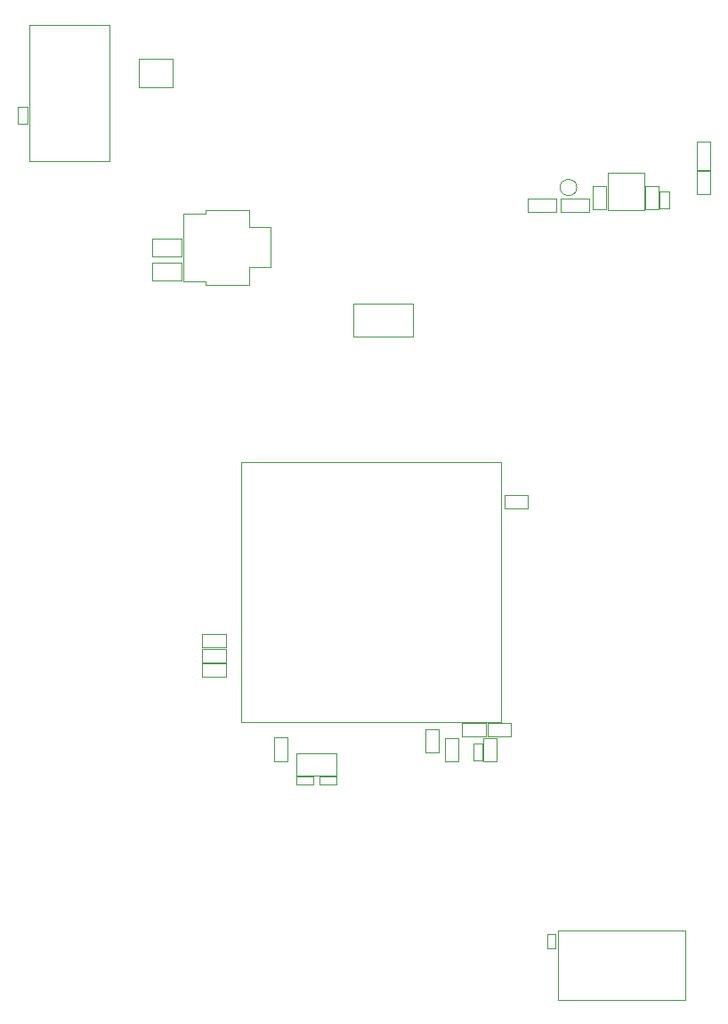
<source format=gbr>
%TF.GenerationSoftware,Altium Limited,Altium Designer,19.1.6 (110)*%
G04 Layer_Color=0*
%FSLAX26Y26*%
%MOIN*%
%TF.FileFunction,Other,M16-Top_Courtyard*%
%TF.Part,Single*%
G01*
G75*
%TA.AperFunction,NonConductor*%
%ADD109C,0.000394*%
D109*
X2153189Y4321019D02*
G03*
X2153189Y4321019I-31496J0D01*
G01*
X103189Y4419050D02*
X402402D01*
X103189Y4930861D02*
X402402D01*
X103189Y4419050D02*
Y4930861D01*
X402402Y4419050D02*
Y4930861D01*
X2557984Y1533003D02*
Y1534971D01*
Y1540877D01*
X2081606D02*
X2557984D01*
X2081606Y1281034D02*
Y1540877D01*
Y1281034D02*
X2105228D01*
X2557984D01*
Y1533003D01*
X680748Y4222593D02*
X763425D01*
X680748Y3970625D02*
Y4222593D01*
Y3970625D02*
X763425D01*
Y3956845D02*
Y3970625D01*
Y3956845D02*
X924843D01*
Y4021806D01*
X1007520D01*
Y4171412D01*
X924843D02*
X1007520D01*
X924843D02*
Y4236373D01*
X763425D02*
X924843D01*
X763425Y4222593D02*
Y4236373D01*
X895316Y2320034D02*
Y2487357D01*
Y2320034D02*
X1869725D01*
Y2387948D01*
Y3294444D01*
X895316D02*
X1869725D01*
X895316Y2487357D02*
Y3294444D01*
X1252953Y2120079D02*
Y2202756D01*
X1103347Y2120079D02*
X1252953D01*
X1103347D02*
Y2202756D01*
X1252953D01*
X1538819Y3763932D02*
Y3885979D01*
X1316772Y3763932D02*
X1538819D01*
X1316772D02*
Y3885979D01*
X1538819D01*
X562638Y4130869D02*
X672874D01*
Y4063940D02*
Y4130869D01*
X562638Y4063940D02*
X672874D01*
X562638D02*
Y4130869D01*
Y4040318D02*
X672874D01*
Y3973388D02*
Y4040318D01*
X562638Y3973388D02*
X672874D01*
X562638D02*
Y4040318D01*
X2214213Y4326924D02*
X2263425D01*
X2214213Y4238341D02*
Y4326924D01*
Y4238341D02*
X2263425D01*
Y4326924D01*
X2409095D02*
X2458307D01*
X2409095Y4238341D02*
Y4326924D01*
Y4238341D02*
X2458307D01*
Y4326924D01*
X1166339Y2084646D02*
Y2116142D01*
X1103346D02*
X1166339D01*
X1103346Y2084646D02*
Y2116142D01*
Y2084646D02*
X1166339D01*
X1189961D02*
Y2116142D01*
Y2084646D02*
X1252953D01*
Y2116142D01*
X1189961D02*
X1252953D01*
X1802165Y2260827D02*
X1851378D01*
X1802165Y2172244D02*
Y2260827D01*
Y2172244D02*
X1851378D01*
Y2260827D01*
X1766732Y2175197D02*
X1798228D01*
Y2238189D01*
X1766732D02*
X1798228D01*
X1766732Y2175197D02*
Y2238189D01*
X1660433Y2260827D02*
X1709646D01*
X1660433Y2172244D02*
Y2260827D01*
Y2172244D02*
X1709646D01*
Y2260827D01*
X1585394Y2205709D02*
X1634606D01*
Y2294291D01*
X1585394D02*
X1634606D01*
X1585394Y2205709D02*
Y2294291D01*
X2602205Y4387278D02*
Y4419759D01*
Y4387278D02*
X2653386D01*
Y4491609D01*
X2602205D02*
X2653386D01*
X2602205Y4419759D02*
Y4491609D01*
Y4384325D02*
X2653386D01*
X2602205Y4295743D02*
Y4384325D01*
Y4295743D02*
X2653386D01*
Y4384325D01*
X2463299Y4305496D02*
X2500701D01*
X2463299Y4242504D02*
Y4305496D01*
Y4242504D02*
X2500701D01*
Y4305496D01*
X57717Y4624168D02*
X95118D01*
X57717Y4561176D02*
Y4624168D01*
Y4561176D02*
X95118D01*
Y4624168D01*
X839236Y2599063D02*
Y2650244D01*
X750654D02*
X839236D01*
X750654Y2599063D02*
Y2650244D01*
Y2599063D02*
X839236D01*
X838583Y2543307D02*
Y2594488D01*
X750000D02*
X838583D01*
X750000Y2543307D02*
Y2594488D01*
Y2543307D02*
X838583D01*
Y2488189D02*
Y2539370D01*
X750000D02*
X838583D01*
X750000Y2488189D02*
Y2539370D01*
Y2488189D02*
X838583D01*
X1906291Y2266409D02*
Y2317591D01*
X1817709D02*
X1906291D01*
X1817709Y2266409D02*
Y2317591D01*
Y2266409D02*
X1906291D01*
X1811024Y2264764D02*
Y2315945D01*
X1722441D02*
X1811024D01*
X1722441Y2264764D02*
Y2315945D01*
Y2264764D02*
X1811024D01*
X1970118Y4229483D02*
X2031142D01*
X1970118D02*
Y4280664D01*
X2076417D01*
Y4229483D02*
Y4280664D01*
X2031142Y4229483D02*
X2076417D01*
X2092165D02*
X2153189D01*
X2092165D02*
Y4280664D01*
X2198465D01*
Y4229483D02*
Y4280664D01*
X2153189Y4229483D02*
X2198465D01*
X2267638Y4237239D02*
X2405433D01*
X2267638D02*
Y4375034D01*
X2405433D01*
Y4237239D02*
Y4375034D01*
X638425Y4697003D02*
Y4803302D01*
X512441Y4697003D02*
X638425D01*
X512441D02*
Y4803302D01*
X638425D01*
X2043032Y1472963D02*
Y1526113D01*
Y1472963D02*
X2072559D01*
Y1526113D01*
X2043032D02*
X2072559D01*
X1970472Y3120079D02*
Y3169291D01*
X1881890D02*
X1970472D01*
X1881890Y3120079D02*
Y3169291D01*
Y3120079D02*
X1970472D01*
X1019685Y2173228D02*
X1068898D01*
Y2261811D01*
X1019685D02*
X1068898D01*
X1019685Y2173228D02*
Y2261811D01*
%TF.MD5,4b7810546cb8b51ad9c4ab9798ddd80d*%
M02*

</source>
